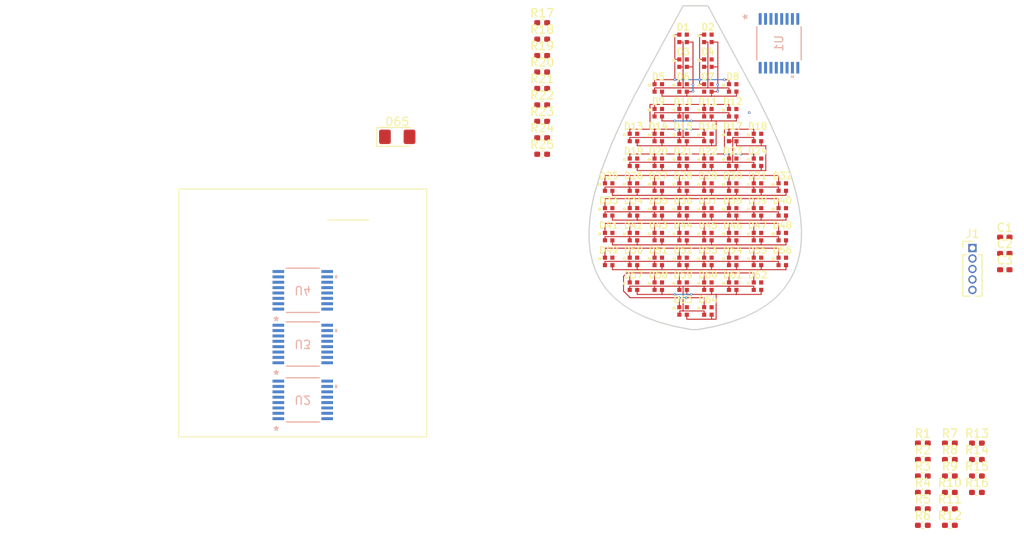
<source format=kicad_pcb>
(kicad_pcb (version 20241229) (generator "pcbnew") (generator_version "9.0")
  (layers (0 "F.Cu" signal) (2 "B.Cu" signal) (13 "F.Paste" user) (15 "B.Paste" user) (5 "F.SilkS" user "F.Silkscreen") (7 "B.SilkS" user "B.Silkscreen") (1 "F.Mask" user) (3 "B.Mask" user) (25 "Edge.Cuts" user))
  (net 0 "")
  (net 1 "Net-(D1-Pad2)")
  (net 2 "Net-(D1-Pad1)")
  (net 3 "Net-(D1-Pad3)")
  (net 4 "/ROW1")
  (net 5 "Net-(D10-Pad2)")
  (net 6 "Net-(D10-Pad1)")
  (net 7 "Net-(D10-Pad3)")
  (net 8 "/AUX_LED")
  (net 9 "/ROW2")
  (net 10 "/ROW3")
  (net 11 "/ROW4")
  (net 12 "/ROW5")
  (net 13 "/ROW6")
  (net 14 "GND")
  (net 15 "CLK")
  (net 16 "Net-(U1-Q8C)")
  (net 17 "VCC")
  (net 19 "SerialIn")
  (net 20 "Net-(U2-Q8C)")
  (net 23 "/ROW7")
  (net 24 "/ROW8")
  (net 25 "Net-(D65-K)")
  (net 26 "RCK")
  (net 27 "/COLOR.BLUE1")
  (net 28 "/COLOR.GREEN1")
  (net 29 "/COLOR.RED1")
  (net 30 "/COLOR.BLUE2")
  (net 31 "/COLOR.GREEN2")
  (net 32 "/COLOR.RED2")
  (net 33 "/COLOR.BLUE3")
  (net 34 "/COLOR.GREEN3")
  (net 35 "/COLOR.RED3")
  (net 36 "/COLOR.BLUE4")
  (net 37 "/COLOR.GREEN4")
  (net 38 "/COLOR.RED4")
  (net 39 "/COLOR.BLUE5")
  (net 40 "/COLOR.GREEN5")
  (net 41 "/COLOR.RED5")
  (net 66 "Net-(U3-Q8C)")
  (net 77 "/COLOR.BLUE6")
  (net 78 "/COLOR.GREEN6")
  (net 79 "/COLOR.RED6")
  (net 80 "/COLOR.BLUE7")
  (net 81 "/COLOR.GREEN7")
  (net 82 "/COLOR.RED7")
  (net 83 "/COLOR.BLUE8")
  (net 84 "/COLOR.GREEN8")
  (net 85 "/COLOR.RED8")
  (net 86 "Net-(D17-Pad2)")
  (net 87 "Net-(D17-Pad3)")
  (net 88 "Net-(D17-Pad1)")
  (net 89 "Net-(D25-Pad3)")
  (net 90 "Net-(D25-Pad1)")
  (net 91 "Net-(D25-Pad2)")
  (net 92 "Net-(D33-Pad1)")
  (net 93 "Net-(D33-Pad3)")
  (net 94 "Net-(D33-Pad2)")
  (net 95 "Net-(D41-Pad2)")
  (net 96 "Net-(D41-Pad1)")
  (net 97 "Net-(D41-Pad3)")
  (net 98 "Net-(D49-Pad2)")
  (net 99 "Net-(D49-Pad3)")
  (net 100 "Net-(D49-Pad1)")
  (net 101 "Net-(D57-Pad2)")
  (net 102 "Net-(D57-Pad1)")
  (net 103 "Net-(D57-Pad3)")
  (footprint "Resistor_SMD:R_0402_1005Metric_Pad0.72x0.64mm_HandSolder" (layer "F.Cu") (at 148.54 104.98)
    (property "Reference" "R15")
    (property "Value" "R")
  )
  (footprint "PendentFrontFootprints:SMD4_UHD111A-FKA_CRW" (layer "F.Cu") (at 110 58)
    (property "Reference" "D5")
    (property "Value" "UHD111A-FKA-C3K23E1L3VG5ZB3Z3" (hide yes))
  )
  (footprint "Resistor_SMD:R_0402_1005Metric_Pad0.72x0.64mm_HandSolder" (layer "F.Cu") (at 145.27 106.97)
    (property "Reference" "R10")
    (property "Value" "R")
  )
  (footprint "PendentFrontFootprints:SMD4_UHD111A-FKA_CRW" (layer "F.Cu") (at 110 73)
    (property "Reference" "D35")
    (property "Value" "UHD111A-FKA-C3K23E1L3VG5ZB3Z3" (hide yes))
  )
  (footprint "PendentFrontFootprints:SMD4_UHD111A-FKA_CRW" (layer "F.Cu") (at 113 79)
    (property "Reference" "D52")
    (property "Value" "UHD111A-FKA-C3K23E1L3VG5ZB3Z3" (hide yes))
  )
  (footprint "PendentFrontFootprints:SMD4_UHD111A-FKA_CRW" (layer "F.Cu") (at 122 67)
    (property "Reference" "D24")
    (property "Value" "UHD111A-FKA-C3K23E1L3VG5ZB3Z3" (hide yes))
  )
  (footprint "Resistor_SMD:R_0402_1005Metric_Pad0.72x0.64mm_HandSolder" (layer "F.Cu") (at 95.9565 62.0469)
    (property "Reference" "R23")
    (property "Value" "R")
  )
  (footprint "Resistor_SMD:R_0402_1005Metric_Pad0.72x0.64mm_HandSolder" (layer "F.Cu") (at 142 108.96)
    (property "Reference" "R5")
    (property "Value" "R")
  )
  (footprint "PendentFrontFootprints:SMD4_UHD111A-FKA_CRW" (layer "F.Cu") (at 119 58)
    (property "Reference" "D8")
    (property "Value" "UHD111A-FKA-C3K23E1L3VG5ZB3Z3" (hide yes))
  )
  (footprint "PendentFrontFootprints:SMD4_UHD111A-FKA_CRW" (layer "F.Cu") (at 125 73)
    (property "Reference" "D40")
    (property "Value" "UHD111A-FKA-C3K23E1L3VG5ZB3Z3" (hide yes))
  )
  (footprint "PendentFrontFootprints:SMD4_UHD111A-FKA_CRW" (layer "F.Cu") (at 107 82)
    (property "Reference" "D57")
    (property "Value" "UHD111A-FKA-C3K23E1L3VG5ZB3Z3" (hide yes))
  )
  (footprint "Resistor_SMD:R_0402_1005Metric_Pad0.72x0.64mm_HandSolder" (layer "F.Cu") (at 95.9565 54.0869)
    (property "Reference" "R19")
    (property "Value" "R")
  )
  (footprint "PendentFrontFootprints:SMD4_UHD111A-FKA_CRW" (layer "F.Cu") (at 113 82)
    (property "Reference" "D59")
    (property "Value" "UHD111A-FKA-C3K23E1L3VG5ZB3Z3" (hide yes))
  )
  (footprint "PendentFrontFootprints:SMD4_UHD111A-FKA_CRW" (layer "F.Cu") (at 113 55)
    (property "Reference" "D3")
    (property "Value" "UHD111A-FKA-C3K23E1L3VG5ZB3Z3" (hide yes))
  )
  (footprint "PendentFrontFootprints:SMD4_UHD111A-FKA_CRW" (layer "F.Cu") (at 113 64)
    (property "Reference" "D15")
    (property "Value" "UHD111A-FKA-C3K23E1L3VG5ZB3Z3" (hide yes))
  )
  (footprint "PendentFrontFootprints:SMD4_UHD111A-FKA_CRW" (layer "F.Cu") (at 122 64)
    (property "Reference" "D18")
    (property "Value" "UHD111A-FKA-C3K23E1L3VG5ZB3Z3" (hide yes))
  )
  (footprint "Resistor_SMD:R_0402_1005Metric_Pad0.72x0.64mm_HandSolder" (layer "F.Cu") (at 142 101)
    (property "Reference" "R1")
    (property "Value" "R")
  )
  (footprint "Capacitor_SMD:C_0402_1005Metric_Pad0.74x0.62mm_HandSolder" (layer "F.Cu") (at 151.91 78.04)
    (property "Reference" "C2")
    (property "Value" "1uF")
  )
  (footprint "Resistor_SMD:R_0402_1005Metric_Pad0.72x0.64mm_HandSolder" (layer "F.Cu") (at 95.9565 60.0569)
    (property "Reference" "R22")
    (property "Value" "R")
  )
  (footprint "PendentFrontFootprints:SMD4_UHD111A-FKA_CRW" (layer "F.Cu") (at 110 70)
    (property "Reference" "D27")
    (property "Value" "UHD111A-FKA-C3K23E1L3VG5ZB3Z3" (hide yes))
  )
  (footprint "PendentFrontFootprints:SMD4_UHD111A-FKA_CRW" (layer "F.Cu") (at 107 76)
    (property "Reference" "D42")
    (property "Value" "UHD111A-FKA-C3K23E1L3VG5ZB3Z3" (hide yes))
  )
  (footprint "Resistor_SMD:R_0402_1005Metric_Pad0.72x0.64mm_HandSolder" (layer "F.Cu") (at 142 110.95)
    (property "Reference" "R6")
    (property "Value" "R")
  )
  (footprint "Resistor_SMD:R_0402_1005Metric_Pad0.72x0.64mm_HandSolder" (layer "F.Cu") (at 95.9565 52.0969)
    (property "Reference" "R18")
    (property "Value" "R")
  )
  (footprint "PendentFrontFootprints:SMD4_UHD111A-FKA_CRW" (layer "F.Cu") (at 110 82)
    (property "Reference" "D58")
    (property "Value" "UHD111A-FKA-C3K23E1L3VG5ZB3Z3" (hide yes))
  )
  (footprint "PendentFrontFootprints:SMD4_UHD111A-FKA_CRW" (layer "F.Cu") (at 119 73)
    (property "Reference" "D38")
    (property "Value" "UHD111A-FKA-C3K23E1L3VG5ZB3Z3" (hide yes))
  )
  (footprint "PendentFrontFootprints:SMD4_UHD111A-FKA_CRW" (layer "F.Cu") (at 116 61)
    (property "Reference" "D11")
    (property "Value" "UHD111A-FKA-C3K23E1L3VG5ZB3Z3" (hide yes))
  )
  (footprint "PendentFrontFootprints:SMD4_UHD111A-FKA_CRW" (layer "F.Cu") (at 116 64)
    (property "Reference" "D16")
    (property "Value" "UHD111A-FKA-C3K23E1L3VG5ZB3Z3" (hide yes))
  )
  (footprint "PendentFrontFootprints:SMD4_UHD111A-FKA_CRW" (layer "F.Cu") (at 122 79)
    (property "Reference" "D55")
    (property "Value" "UHD111A-FKA-C3K23E1L3VG5ZB3Z3" (hide yes))
  )
  (footprint "PendentFrontFootprints:SMD4_UHD111A-FKA_CRW" (layer "F.Cu") (at 116 55)
    (property "Reference" "D4")
    (property "Value" "UHD111A-FKA-C3K23E1L3VG5ZB3Z3" (hide yes))
  )
  (footprint "PendentFrontFootprints:SMD4_UHD111A-FKA_CRW" (layer "F.Cu") (at 116 70)
    (property "Reference" "D29")
    (property "Value" "UHD111A-FKA-C3K23E1L3VG5ZB3Z3" (hide yes))
  )
  (footprint "PendentFrontFootprints:SMD4_UHD111A-FKA_CRW" (layer "F.Cu") (at 104 79)
    (property "Reference" "D49")
    (property "Value" "UHD111A-FKA-C3K23E1L3VG5ZB3Z3" (hide yes))
  )
  (footprint "PendentFrontFootprints:SMD4_UHD111A-FKA_CRW" (layer "F.Cu") (at 122 76)
    (property "Reference" "D47")
    (property "Value" "UHD111A-FKA-C3K23E1L3VG5ZB3Z3" (hide yes))
  )
  (footprint "PendentFrontFootprints:SMD4_UHD111A-FKA_CRW" (layer "F.Cu") (at 119 70)
    (property "Reference" "D30")
    (property "Value" "UHD111A-FKA-C3K23E1L3VG5ZB3Z3" (hide yes))
  )
  (footprint "PendentFrontFootprints:SMD4_UHD111A-FKA_CRW" (layer "F.Cu") (at 119 76)
    (property "Reference" "D46")
    (property "Value" "UHD111A-FKA-C3K23E1L3VG5ZB3Z3" (hide yes))
  )
  (footprint "PendentFrontFootprints:SMD4_UHD111A-FKA_CRW" (layer "F.Cu") (at 119 82)
    (property "Reference" "D61")
    (property "Value" "UHD111A-FKA-C3K23E1L3VG5ZB3Z3" (hide yes))
  )
  (footprint "PendentFrontFootprints:SMD4_UHD111A-FKA_CRW" (layer "F.Cu") (at 122 73)
    (property "Reference" "D39")
    (property "Value" "UHD111A-FKA-C3K23E1L3VG5ZB3Z3" (hide yes))
  )
  (footprint "Capacitor_SMD:C_0402_1005Metric_Pad0.74x0.62mm_HandSolder" (layer "F.Cu") (at 151.91 80.01)
    (property "Reference" "C3")
    (property "Value" "1uF")
  )
  (footprint "PendentFrontFootprints:SMD4_UHD111A-FKA_CRW" (layer "F.Cu") (at 110 67)
    (property "Reference" "D20")
    (property "Value" "UHD111A-FKA-C3K23E1L3VG5ZB3Z3" (hide yes))
  )
  (footprint "PendentFrontFootprints:SMD4_UHD111A-FKA_CRW" (layer "F.Cu") (at 113 85)
    (property "Reference" "D63")
    (property "Value" "UHD111A-FKA-C3K23E1L3VG5ZB3Z3" (hide yes))
  )
  (footprint "PendentFrontFootprints:SMD4_UHD111A-FKA_CRW" (layer "F.Cu") (at 110 79)
    (property "Reference" "D51")
    (property "Value" "UHD111A-FKA-C3K23E1L3VG5ZB3Z3" (hide yes))
  )
  (footprint "Connector_PinHeader_1.27mm:PinHeader_1x05_P1.27mm_Vertical" (layer "F.Cu") (at 148 77.38)
    (property "Reference" "J1")
    (property "Value" "Conn_01x05_Pin")
  )
  (footprint "Resistor_SMD:R_0402_1005Metric_Pad0.72x0.64mm_HandSolder" (layer "F.Cu") (at 95.9565 58.0669)
    (property "Reference" "R21")
    (property "Value" "R")
  )
  (footprint "PendentFrontFootprints:SMD4_UHD111A-FKA_CRW" (layer "F.Cu") (at 113 76)
    (property "Reference" "D44")
    (property "Value" "UHD111A-FKA-C3K23E1L3VG5ZB3Z3" (hide yes))
  )
  (footprint "PendentFrontFootprints:SMD4_UHD111A-FKA_CRW" (layer "F.Cu") (at 110 61)
    (property "Reference" "D9")
    (property "Value" "UHD111A-FKA-C3K23E1L3VG5ZB3Z3" (hide yes))
  )
  (footprint "Resistor_SMD:R_0402_1005Metric_Pad0.72x0.64mm_HandSolder" (layer "F.Cu") (at 95.9565 66.0269)
    (property "Reference" "R25")
    (property "Value" "R")
  )
  (footprint "PendentFrontFootprints:SMD4_UHD111A-FKA_CRW" (layer "F.Cu") (at 116 85)
    (property "Reference" "D64")
    (property "Value" "UHD111A-FKA-C3K23E1L3VG5ZB3Z3" (hide yes))
  )
  (footprint "PendentFrontFootprints:SMD4_UHD111A-FKA_CRW" (layer "F.Cu") (at 104 73)
    (property "Reference" "D33")
    (property "Value" "UHD111A-FKA-C3K23E1L3VG5ZB3Z3" (hide yes))
  )
  (footprint "PendentFrontFootprints:SMD4_UHD111A-FKA_CRW" (layer "F.Cu") (at 125 76)
    (property "Reference" "D48")
    (property "Value" "UHD111A-FKA-C3K23E1L3VG5ZB3Z3" (hide yes))
  )
  (footprint "PendentFrontFootprints:SMD4_UHD111A-FKA_CRW" (layer "F.Cu") (at 113 73)
    (property "Reference" "D36")
    (property "Value" "UHD111A-FKA-C3K23E1L3VG5ZB3Z3" (hide yes))
  )
  (footprint "PendentFrontFootprints:SMD4_UHD111A-FKA_CRW" (layer "F.Cu") (at 110 64)
    (property "Reference" "D14")
    (property "Value" "UHD111A-FKA-C3K23E1L3VG5ZB3Z3" (hide yes))
  )
  (footprint "Resistor_SMD:R_0402_1005Metric_Pad0.72x0.64mm_HandSolder" (layer "F.Cu") (at 95.9565 64.0369)
    (property "Reference" "R24")
    (property "Value" "R")
  )
  (footprint "PendentFrontFootprints:SMD4_UHD111A-FKA_CRW" (layer "F.Cu") (at 119 64)
    (property "Reference" "D17")
    (property "Value" "UHD111A-FKA-C3K23E1L3VG5ZB3Z3" (hide yes))
  )
  (footprint "PendentFrontFootprints:SMD4_UHD111A-FKA_CRW" (layer "F.Cu") (at 107 67)
    (property "Reference" "D19")
    (property "Value" "UHD111A-FKA-C3K23E1L3VG5ZB3Z3" (hide yes))
  )
  (footprint "PendentFrontFootprints:SMD4_UHD111A-FKA_CRW" (layer "F.Cu") (at 116 73)
    (property "Reference" "D37")
    (property "Value" "UHD111A-FKA-C3K23E1L3VG5ZB3Z3" (hide yes))
  )
  (footprint "PendentFrontFootprints:SMD4_UHD111A-FKA_CRW" (layer "F.Cu") (at 107 64)
    (property "Reference" "D13")
    (property "Value" "UHD111A-FKA-C3K23E1L3VG5ZB3Z3" (hide yes))
  )
  (footprint "PendentFrontFootprints:SMD4_UHD111A-FKA_CRW" (layer "F.Cu") (at 125 79)
    (property "Reference" "D56")
    (property "Value" "UHD111A-FKA-C3K23E1L3VG5ZB3Z3" (hide yes))
  )
  (footprint "PendentFrontFootprints:SMD4_UHD111A-FKA_CRW" (layer "F.Cu") (at 119 67)
    (property "Reference" "D23")
    (property "Value" "UHD111A-FKA-C3K23E1L3VG5ZB3Z3" (hide yes))
  )
  (footprint "PendentFrontFootprints:SMD4_UHD111A-FKA_CRW" (layer "F.Cu") (at 116 82)
    (property "Reference" "D60")
    (property "Value" "UHD111A-FKA-C3K23E1L3VG5ZB3Z3" (hide yes))
  )
  (footprint "Resistor_SMD:R_0402_1005Metric_Pad0.72x0.64mm_HandSolder" (layer "F.Cu") (at 148.54 101)
    (property "Reference" "R13")
    (property "Value" "R")
  )
  (footprint "LED_SMD:LED_1206_3216Metric_Pad1.42x1.75mm_HandSolder" (layer "F.Cu") (at 78.425 63.92)
    (property "Reference" "D65")
    (property "Value" "AUX")
  )
  (footprint "PendentFrontFootprints:SMD4_UHD111A-FKA_CRW" (layer "F.Cu") (at 113 70)
    (property "Reference" "D28")
    (property "Value" "UHD111A-FKA-C3K23E1L3VG5ZB3Z3" (hide yes))
  )
  (footprint "Resistor_SMD:R_0402_1005Metric_Pad0.72x0.64mm_HandSolder" (layer "F.Cu") (at 145.27 110.95)
    (property "Reference" "R12")
    (property "Value" "R")
  )
  (footprint "Resistor_SMD:R_0402_1005Metric_Pad0.72x0.64mm_HandSolder" (layer "F.Cu") (at 145.27 102.99)
    (property "Reference" "R8")
    (property "Value" "R")
  )
  (footprint "PendentFrontFootprints:SMD4_UHD111A-FKA_CRW" (layer "F.Cu") (at 113 58)
    (property "Reference" "D6")
    (property "Value" "UHD111A-FKA-C3K23E1L3VG5ZB3Z3" (hide yes))
  )
  (footprint "Resistor_SMD:R_0402_1005Metric_Pad0.72x0.64mm_HandSolder" (layer "F.Cu") (at 145.27 108.96)
    (property "Reference" "R11")
    (property "Value" "R")
  )
  (footprint "Resistor_SMD:R_0402_1005Metric_Pad0.72x0.64mm_HandSolder" (layer "F.Cu") (at 142 106.97)
    (property "Reference" "R4")
    (property "Value" "R")
  )
  (footprint "PendentFrontFootprints:SMD4_UHD111A-FKA_CRW" (layer "F.Cu") (at 116 76)
    (property "Reference" "D45")
    (property "Value" "UHD111A-FKA-C3K23E1L3VG5ZB3Z3" (hide yes))
  )
  (footprint "Resistor_SMD:R_0402_1005Metric_Pad0.72x0.64mm_HandSolder" (layer "F.Cu") (at 145.27 104.98)
    (property "Reference" "R9")
    (property "Value" "R")
  )
  (footprint "Resistor_SMD:R_0402_1005Metric_Pad0.72x0.64mm_HandSolder" (layer "F.Cu") (at 148.54 106.97)
    (property "Reference" "R16")
    (property "Value" "R")
  )
  (footprint "PendentFrontFootprints:SMD4_UHD111A-FKA_CRW" (layer "F.Cu") (at 113 67)
    (property "Reference" "D21")
    (property "Value" "UHD111A-FKA-C3K23E1L3VG5ZB3Z3" (hide yes))
  )
  (footprint "PendentFrontFootprints:SMD4_UHD111A-FKA_CRW" (layer "F.Cu") (at 113 52)
    (property "Reference" "D1")
    (property "Value" "UHD111A-FKA-C3K23E1L3VG5ZB3Z3" (hide yes))
  )
  (footprint "Resistor_SMD:R_0402_1005Metric_Pad0.72x0.64mm_HandSolder" (layer "F.Cu") (at 95.9565 50.1069)
    (property "Reference" "R17")
    (property "Value" "R")
  )
  (footprint "PendentFrontFootprints:SMD4_UHD111A-FKA_CRW" (layer "F.Cu") (at 113 61)
    (property "Reference" "D10")
    (property "Value" "UHD111A-FKA-C3K23E1L3VG5ZB3Z3" (hide yes))
  )
  (footprint "PendentFrontFootprints:SMD4_UHD111A-FKA_CRW" (layer "F.Cu") (at 104 76)
    (property "Reference" "D41")
    (property "Value" "UHD111A-FKA-C3K23E1L3VG5ZB3Z3" (hide yes))
  )
  (footprint "PendentFrontFootprints:SMD4_UHD111A-FKA_CRW" (layer "F.Cu") (at 116 52)
    (property "Reference" "D2")
    (property "Value" "UHD111A-FKA-C3K23E1L3VG5ZB3Z3" (hide yes))
  )
  (footprint "PendentFrontFootprints:SMD4_UHD111A-FKA_CRW" (layer "F.Cu") (at 104 70)
    (property "Reference" "D25")
    (property "Value" "UHD111A-FKA-C3K23E1L3VG5ZB3Z3" (hide yes))
  )
  (footprint "Resistor_SMD:R_0402_1005Metric_Pad0.72x0.64mm_HandSolder" (layer "F.Cu") (at 142 104.98)
    (property "Reference" "R3")
    (property "Value" "R")
  )
  (footprint "PendentFrontFootprints:SMD4_UHD111A-FKA_CRW" (layer "F.Cu") (at 116 79)
    (property "Reference" "D53")
    (property "Value" "UHD111A-FKA-C3K23E1L3VG5ZB3Z3" (hide yes))
  )
  (footprint "PendentFrontFootprints:SMD4_UHD111A-FKA_CRW" (layer "F.Cu") (at 125 70)
    (property "Reference" "D32")
    (property "Value" "UHD111A-FKA-C3K23E1L3VG5ZB3Z3" (hide yes))
  )
  (footprint "PendentFrontFootprints:SMD4_UHD111A-FKA_CRW" (layer "F.Cu") (at 122 82)
    (property "Reference" "D62")
    (property "Value" "UHD111A-FKA-C3K23E1L3VG5ZB3Z3" (hide yes))
  )
  (footprint "PendentFrontFootprints:SMD4_UHD111A-FKA_CRW" (layer "F.Cu") (at 116 58)
    (property "Reference" "D7")
    (property "Value" "UHD111A-FKA-C3K23E1L3VG5ZB3Z3" (hide yes))
  )
  (footprint "PendentFrontFootprints:SMD4_UHD111A-FKA_CRW" (layer "F.Cu") (at 107 70)
    (property "Reference" "D26")
    (property "Value" "UHD111A-FKA-C3K23E1L3VG5ZB3Z3" (hide yes))
  )
  (footprint "Resistor_SMD:R_0402_1005Metric_Pad0.72x0.64mm_HandSolder" (layer "F.Cu") (at 148.54 102.99)
    (property "Reference" "R14")
    (property "Value" "R")
  )
  (footprint "PendentFrontFootprints:SMD4_UHD111A-FKA_CRW" (layer "F.Cu") (at 107 79)
    (property "Reference" "D50")
    (property "Value" "UHD111A-FKA-C3K23E1L3VG5ZB3Z3" (hide yes))
  )
  (footprint "Resistor_SMD:R_0402_1005Metric_Pad0.72x0.64mm_HandSolder" (layer "F.Cu") (at 95.9565 56.0769)
    (property "Reference" "R20")
    (property "Value" "R")
  )
  (footprint "PendentFrontFootprints:SMD4_UHD111A-FKA_CRW" (layer "F.Cu") (at 122 70)
    (property "Reference" "D31")
    (property "Value" "UHD111A-FKA-C3K23E1L3VG5ZB3Z3" (hide yes))
  )
  (footprint "Capacitor_SMD:C_0402_1005Metric_Pad0.74x0.62mm_HandSolder" (layer "F.Cu") (at 151.91 76.07)
    (property "Reference" "C1")
    (property "Value" "1uF")
  )
  (footprint "PendentFrontFootprints:SMD4_UHD111A-FKA_CRW" (layer "F.Cu") (at 116 67)
    (property "Reference" "D22")
    (property "Value" "UHD111A-FKA-C3K23E1L3VG5ZB3Z3" (hide yes))
  )
  (footprint "PendentFrontFootprints:SMD4_UHD111A-FKA_CRW" (layer "F.Cu") (at 107 73)
    (property "Reference" "D34")
    (property "Value" "UHD111A-FKA-C3K23E1L3VG5ZB3Z3" (hide yes))
  )
  (footprint "Resistor_SMD:R_0402_1005Metric_Pad0.72x0.64mm_HandSolder" (layer "F.Cu") (at 142 102.99)
    (property "Reference" "R2")
    (property "Value" "R")
  )
  (footprint "PendentFrontFootprints:SMD4_UHD111A-FKA_CRW" (layer "F.Cu") (at 119 61)
    (property "Reference" "D12")
    (property "Value" "UHD111A-FKA-C3K23E1L3VG5ZB3Z3" (hide yes))
  )
  (footprint "PendentFrontFootprints:SMD4_UHD111A-FKA_CRW" (layer "F.Cu") (at 119 79)
    (property "Reference" "D54")
    (property "Value" "UHD111A-FKA-C3K23E1L3VG5ZB3Z3" (hide yes))
  )
  (footprint "Resistor_SMD:R_0402_1005Metric_Pad0.72x0.64mm_HandSolder" (layer "F.Cu") (at 145.27 101)
    (property "Reference" "R7")
    (property "Value" "R")
  )
  (footprint "PendentFrontFootprints:SMD4_UHD111A-FKA_CRW" (layer "F.Cu") (at 110 76)
    (property "Reference" "D43")
    (property "Value" "UHD111A-FKA-C3K23E1L3VG5ZB3Z3" (hide yes))
  )
  (footprint "PendentFrontFootprints:TSSOP16B_TOS" (layer "B.Cu") (at 67 95.7658)
    (property "Reference" "U2")
    (property "Value" "74VHC9595FT")
  )
  (footprint "PendentFrontFootprints:TSSOP16B_TOS" (layer "B.Cu") (at 124.6 52.6 -90)
    (property "Reference" "U1")
    (property "Value" "74VHC9595FT")
  )
  (footprint "PendentFrontFootprints:TSSOP16B_TOS" (layer "B.Cu") (at 67 89)
    (property "Reference" "U3")
    (property "Value" "74VHC9595FT")
  )
  (footprint "PendentFrontFootprints:TSSOP16B_TOS" (layer "B.Cu") (at 67 82.5)
    (property "Reference" "U4")
    (property "Value" "74VHC9595FT")
  )
  (gr_rect (start 52 70.238952) (end 82 100.238952) (stroke (width 0.1)) (fill no) (layer "F.SilkS"))
  (gr_line (start 70 74) (end 75 74) (stroke (width 0.1)) (layer "F.SilkS"))
  (gr_poly (pts (xy 121.887066 58.938347) (xy 123.37464 61.945707) (xy 124.724315 64.980893) (xy 125.324906 66.495279) (xy 125.86398 68.000252) (xy 126.332524 69.490354) (xy 126.721524 70.960129) (xy 127.021966 72.40412) (xy 127.224835 73.816871) (xy 127.321119 75.192925) (xy 127.301804 76.526825) (xy 127.157875 77.813114) (xy 126.880318 79.046337) (xy 126.46012 80.221036) (xy 125.888267 81.331754) (xy 125.155744 82.373035) (xy 124.253539 83.339422) (xy 123.172637 84.225458) (xy 121.904024 85.025688) (xy 120.438686 85.734653) (xy 118.76761 86.346898) (xy 116.881782 86.856965) (xy 114.772187 87.259398) (xy 113.979279 87.256392) (xy 111.892264 86.854232) (xy 110.027604 86.344421) (xy 108.376332 85.732416) (xy 106.929478 85.023674) (xy 105.678075 84.223653) (xy 104.613154 83.337809) (xy 103.725746 82.371601) (xy 103.006884 81.330486) (xy 102.447598 80.219919) (xy 102.038921 79.04536) (xy 101.771885 77.812265) (xy 101.63752 76.526091) (xy 101.626858 75.192295) (xy 101.730932 73.816336) (xy 101.940772 72.403669) (xy 102.24741 70.959753) (xy 103.115209 68) (xy 104.26258 64.980735) (xy 105.617776 61.945616) (xy 107.109052 58.9383) (xy 113 48.060233) (xy 116 48.060233)) (stroke (width 0.15) (color 255 0 0 1)) (fill no) (layer "Edge.Cuts"))
  (via (at 121 61) (size 0.3) (drill 0.15) (layers "F.Cu" "B.Cu") (net 0))
  (segment (start 115.550001 52.449999) (end 116 52.449999) (width 0.12) (layer "F.Cu") (net 1))
  (segment (start 116 52.449999) (end 116 55.449999) (width 0.12) (layer "F.Cu") (net 1))
  (segment (start 118.550001 58) (end 118.550001 58.449999) (width 0.12) (layer "F.Cu") (net 1))
  (segment (start 113 52.449999) (end 113 55.449999) (width 0.12) (layer "F.Cu") (net 1))
  (segment (start 116 58) (end 118.550001 58) (width 0.12) (layer "F.Cu") (net 1))
  (segment (start 112.550001 52.449999) (end 113 52.449999) (width 0.12) (layer "F.Cu") (net 1))
  (segment (start 109.550001 58.449999) (end 109.550001 58) (width 0.12) (layer "F.Cu") (net 1))
  (segment (start 109.550001 58) (end 113 58) (width 0.12) (layer "F.Cu") (net 1))
  (segment (start 115.550001 55.449999) (end 116 55.449999) (width 0.12) (layer "F.Cu") (net 1))
  (segment (start 112.550001 55.449999) (end 113 55.449999) (width 0.12) (layer "F.Cu") (net 1))
  (segment (start 116 55.449999) (end 116 58) (width 0.12) (layer "F.Cu") (net 1))
  (segment (start 113 55.449999) (end 113 58) (width 0.12) (layer "F.Cu") (net 1))
  (segment (start 113 58) (end 116 58) (width 0.12) (layer "F.Cu") (net 1))
  (segment (start 112.550001 57) (end 112.550001 57.550001) (width 0.12) (layer "F.Cu") (net 2))
  (segment (start 115 54.6) (end 115 51.550001) (width 0.12) (layer "F.Cu") (net 2))
  (segment (start 112 54.550001) (end 112 51.550001) (width 0.12) (layer "F.Cu") (net 2))
  (segment (start 115 57) (end 115 54.6) (width 0.12) (layer "F.Cu") (net 2))
  (segment (start 112 57) (end 112.550001 57) (width 0.12) (layer "F.Cu") (net 2))
  (segment (start 115.550001 57.550001) (end 115 57.550001) (width 0.12) (layer "F.Cu") (net 2))
  (segment (start 115 54.550001) (end 115 54.6) (width 0.12) (layer "F.Cu") (net 2))
  (segment (start 109.550001 57.550001) (end 109.550001 57) (width 0.12) (layer "F.Cu") (net 2))
  (segment (start 112 54.550001) (end 112 57) (width 0.12) (layer "F.Cu") (net 2))
  (segment (start 118 57) (end 118.550001 57) (width 0.12) (layer "F.Cu") (net 2))
  (segment (start 115 57.550001) (end 115 57) (width 0.12) (layer "F.Cu") (net 2))
  (segment (start 115.550001 54.550001) (end 115 54.550001) (width 0.12) (layer "F.Cu") (net 2))
  (segment (start 118.550001 57) (end 118.550001 57.550001) (width 0.12) (layer "F.Cu") (net 2))
  (segment (start 115 51.550001) (end 115.550001 51.550001) (width 0.12) (layer "F.Cu") (net 2))
  (segment (start 112 51.550001) (end 112.550001 51.550001) (width 0.12) (layer "F.Cu") (net 2))
  (segment (start 112.550001 54.550001) (end 112 54.550001) (width 0.12) (layer "F.Cu") (net 2))
  (segment (start 109.550001 57) (end 112 57) (width 0.12) (layer "F.Cu") (net 2))
  (via (at 115 57) (size 0.3) (drill 0.15) (layers "F.Cu" "B.Cu") (net 2))
  (via (at 112 57) (size 0.3) (drill 0.15) (layers "F.Cu" "B.Cu") (net 2))
  (via (at 118 57) (size 0.3) (drill 0.15) (layers "F.Cu" "B.Cu") (net 2))
  (segment (start 118 57) (end 115 57) (width 0.12) (layer "B.Cu") (net 2))
  (segment (start 115 57) (end 112 57) (width 0.12) (layer "B.Cu") (net 2))
  (segment (start 117.2 55.449999) (end 117.2 52.449999) (width 0.12) (layer "F.Cu") (net 3))
  (segment (start 110.449999 58.449999) (end 110.449999 59) (width 0.12) (layer "F.Cu") (net 3))
  (segment (start 117.2 55.449999) (end 117.2 57.6) (width 0.12) (layer "F.Cu") (net 3))
  (segment (start 116.449999 59) (end 116.4 59) (width 0.12) (layer "F.Cu") (net 3))
  (segment (start 114.2 58.4) (end 114.2 58.449999) (width 0.12) (layer "F.Cu") (net 3))
  (segment (start 113.449999 59) (end 113.4 59) (width 0.12) (layer "F.Cu") (net 3))
  (segment (start 116.449999 58.449999) (end 116.449999 59) (width 0.12) (layer "F.Cu") (net 3))
  (segment (start 113.449999 58.449999) (end 113.449999 59) (width 0.12) (layer "F.Cu") (net 3))
  (segment (start 117.2 58.449999) (end 116.449999 58.449999) (width 0.12) (layer "F.Cu") (net 3))
  (segment (start 117.2 58.4) (end 117.2 58.449999) (width 0.12) (layer "F.Cu") (net 3))
  (segment (start 116.449999 55.449999) (end 117.2 55.449999) (width 0.12) (layer "F.Cu") (net 3))
  (segment (start 117.2 52.449999) (end 116.449999 52.449999) (width 0.12) (layer "F.Cu") (net 3))
  (segment (start 114.2 52.449999) (end 113.449999 52.449999) (width 0.12) (layer "F.Cu") (net 3))
  (segment (start 116.4 59) (end 119.449999 59) (width 0.12) (layer "F.Cu") (net 3))
  (segment (start 113.449999 55.449999) (end 114.2 55.449999) (width 0.12) (layer "F.Cu") (net 3))
  (segment (start 114.2 55.449999) (end 114.2 52.449999) (width 0.12) (layer "F.Cu") (net 3))
  (segment (start 114.2 55.449999) (end 114.2 57.6) (width 0.12) (layer "F.Cu") (net 3))
  (segment (start 114.2 58.449999) (end 113.449999 58.449999) (width 0.12) (layer "F.Cu") (net 3))
  (segment (start 110.449999 59) (end 113.4 59) (width 0.12) (layer "F.Cu") (net 3))
  (segment (start 119.449999 59) (end 119.449999 58.449999) (width 0.12) (layer "F.Cu") (net 3))
  (segment (start 113.4 59) (end 116.4 59) (width 0.12) (layer "F.Cu") (net 3))
  (via (at 114.2 57.6) (size 0.3) (drill 0.15) (layers "F.Cu" "B.Cu") (net 3))
  (via (at 114.2 58.4) (size 0.3) (drill 0.15) (layers "F.Cu" "B.Cu") (net 3))
  (via (at 117.2 58.4) (size 0.3) (drill 0.15) (layers "F.Cu" "B.Cu") (net 3))
  (via (at 117.2 57.6) (size 0.3) (drill 0.15) (layers "F.Cu" "B.Cu") (net 3))
  (segment (start 117.2 57.6) (end 117.2 58.4) (width 0.12) (layer "B.Cu") (net 3))
  (segment (start 114.2 57.6) (end 114.2 58.4) (width 0.12) (layer "B.Cu") (net 3))
  (segment (start 106.550001 64) (end 106.550001 64.449999) (width 0.12) (layer "F.Cu") (net 5))
  (segment (start 109.6 64) (end 106.550001 64) (width 0.12) (layer "F.Cu") (net 5))
  (segment (start 109.6 64) (end 109.550001 64) (width 0.12) (layer "F.Cu") (net 5))
  (segment (start 115.4 61) (end 118.550001 61) (width 0.12) (layer "F.Cu") (net 5))
  (segment (start 112.550001 61.449999) (end 112.550001 61) (width 0.12) (layer "F.Cu") (net 5))
  (segment (start 112.550001 64) (end 109.6 64) (width 0.12) (layer "F.Cu") (net 5))
  (segment (start 113 61) (end 115.4 61) (width 0.12) (layer "F.Cu") (net 5))
  (segment (start 113 64) (end 112.550001 64) (width 0.12) (layer "F.Cu") (net 5))
  (segment (start 118.550001 61) (end 118.550001 61.449999) (width 0.12) (layer "F.Cu") (net 5))
  (segment (start 109.550001 61) (end 112.6 61) (width 0.12) (layer "F.Cu") (net 5))
  (segment (start 115.550001 61.449999) (end 115.550001 61) (width 0.12) (layer "F.Cu") (net 5))
  (segment (start 112.550001 64) (end 112.550001 64.449999) (width 0.12) (layer "F.Cu") (net 5))
  (segment (start 109.550001 61.449999) (end 109.550001 61) (width 0.12) (layer "F.Cu") (net 5))
  (segment (start 113 64) (end 115.550001 64) (width 0.12) (layer "F.Cu") (net 5))
  (segment (start 115.550001 61) (end 115.4 61) (width 0.12) (layer "F.Cu") (net 5))
  (segment (start 115.550001 64) (end 115.550001 64.449999) (width 0.12) (layer "F.Cu") (net 5))
  (segment (start 109.550001 64) (end 109.550001 64.449999) (width 0.12) (layer "F.Cu") (net 5))
  (segment (start 113 61) (end 113 64) (width 0.12) (layer "F.Cu") (net 5))
  (segment (start 112.6 61) (end 113 61) (width 0.12) (layer "F.Cu") (net 5))
  (segment (start 112.550001 61) (end 112.6 61) (width 0.12) (layer "F.Cu") (net 5))
  (segment (start 109 60) (end 109 63) (width 0.12) (layer "F.Cu") (net 6))
  (segment (start 109.550001 63.550001) (end 109.550001 63) (width 0.12) (layer "F.Cu") (net 6))
  (segment (start 112.550001 60.550001) (end 112.550001 60) (width 0.12) (layer "F.Cu") (net 6))
  (segment (start 109.550001 63) (end 109.6 63) (width 0.12) (layer "F.Cu") (net 6))
  (segment (start 115.550001 60.550001) (end 115.550001 60) (width 0.12) (layer "F.Cu") (net 6))
  (segment (start 106.550001 63) (end 109 63) (width 0.12) (layer "F.Cu") (net 6))
  (segment (start 109.550001 60.550001) (end 109.550001 60) (width 0.12) (layer "F.Cu") (net 6))
  (segment (start 109.6 63) (end 112.550001 63) (width 0.12) (layer "F.Cu") (net 6))
  (segment (start 106.550001 63.550001) (end 106.550001 63) (width 0.12) (layer "F.Cu") (net 6))
  (segment (start 109 63) (end 109.6 63) (width 0.12) (layer "F.Cu") (net 6))
  (segment (start 109.550001 60) (end 109 60) (width 0.12) (layer "F.Cu") (net 6))
  (segment (start 112.550001 60) (end 112.6 60) (width 0.12) (layer "F.Cu") (net 6))
  (segment (start 118.550001 60) (end 118.550001 60.550001) (width 0.12) (layer "F.Cu") (net 6))
  (segment (start 112.550001 63) (end 112.550001 63.550001) (width 0.12) (layer "F.Cu") (net 6))
  (segment (start 114 63) (end 115.550001 63) (width 0.12) (layer "F.Cu") (net 6))
  (segment (start 112.6 60) (end 115.6 60) (width 0.12) (layer "F.Cu") (net 6))
  (segment (start 115.550001 63) (end 115.550001 63.550001) (width 0.12) (layer "F.Cu") (net 6))
  (segment (start 109.550001 60) (end 112.6 60) (width 0.12) (layer "F.Cu") (net 6))
  (segment (start 115.550001 60) (end 115.6 60) (width 0.12) (layer "F.Cu") (net 6))
  (segment (start 115.6 60) (end 118.550001 60) (width 0.12) (layer "F.Cu") (net 6))
  (via (at 114 63) (size 0.3) (drill 0.15) (layers "F.Cu" "B.Cu") (net 6))
  (via (at 112 63) (size 0.3) (drill 0.15) (layers "F.Cu" "B.Cu") (net 6))
  (segment (start 114 63) (end 112 63) (width 0.12) (layer "B.Cu") (net 6))
  (segment (start 107.449999 64.449999) (end 107.449999 65) (width 0.12) (layer "F.Cu") (net 7))
  (segment (start 117 65) (end 117 62) (width 0.12) (layer "F.Cu") (net 7))
  (segment (start 116.449999 65) (end 117 65) (width 0.12) (layer "F.Cu") (net 7))
  (segment (start 114 62) (end 113.449999 62) (width 0.12) (layer "F.Cu") (net 7))
  (segment (start 110.4 65) (end 113.4 65) (width 0.12) (layer "F.Cu") (net 7))
  (segment (start 113.449999 65) (end 113.4 65) (width 0.12) (layer "F.Cu") (net 7))
  (segment (start 110.449999 62) (end 111.8 62) (width 0.12) (layer "F.Cu") (net 7))
  (segment (start 116.4 62) (end 117 62) (width 0.12) (layer "F.Cu") (net 7))
  (segment (start 117 62) (end 119.449999 62) (width 0.12) (layer "F.Cu") (net 7))
  (segment (start 116.449999 65) (end 116.449999 64.449999) (width 0.12) (layer "F.Cu") (net 7))
  (segment (start 110.449999 65) (end 110.4 65) (width 0.12) (layer "F.Cu") (net 7))
  (segment (start 114 62) (end 116.4 62) (width 0.12) (layer "F.Cu") (net 7))
  (segment (start 111.8 62) (end 112 62) (width 0.12) (layer "F.Cu") (net 7))
  (segment (start 110.449999 61.449999) (end 110.449999 62) (width 0.12) (layer "F.Cu") (net 7))
  (segment (start 107.449999 65) (end 110.4 65) (width 0.12) (layer "F.Cu") (net 7))
  (segment (start 110.449999 64.449999) (end 110.449999 65) (width 0.12) (layer "F.Cu") (net 7))
  (segment (start 113.449999 62) (end 113.449999 61.449999) (width 0.12) (layer "F.Cu") (net 7))
  (segment (start 119.449999 62) (end 119.449999 61.449999) (width 0.12) (layer "F.Cu") (net 7))
  (segment (start 116.449999 62) (end 116.4 62) (width 0.12) (layer "F.Cu") (net 7))
  (segment (start 113.449999 64.449999) (end 113.449999 65) (width 0.12) (layer "F.Cu") (net 7))
  (segment (start 116.449999 61.449999) (end 116.449999 62) (width 0.12) (layer "F.Cu") (net 7))
  (segment (start 113.4 65) (end 116.449999 65) (width 0.12) (layer "F.Cu") (net 7))
  (via (at 114 62) (size 0.3) (drill 0.15) (layers "F.Cu" "B.Cu") (net 7))
  (via (at 112 62) (size 0.3) (drill 0.15) (layers "F.Cu" "B.Cu") (net 7))
  (segment (start 112 62) (end 114 62) (width 0.12) (layer "B.Cu") (net 7))
  (segment (start 112.6 67) (end 115.4 67) (width 0.12) (layer "F.Cu") (net 86))
  (segment (start 106.550001 67.449999) (end 106.550001 67) (width 0.12) (layer "F.Cu") (net 86))
  (segment (start 119 64.449999) (end 119 64.2) (width 0.12) (layer "F.Cu") (net 86))
  (segment (start 106.550001 67) (end 109.6 67) (width 0.12) (layer "F.Cu") (net 86))
  (segment (start 118.2 67) (end 119 67) (width 0.12) (layer "F.Cu") (net 86))
  (segment (start 115.4 67) (end 118.2 67) (width 0.12) (layer "F.Cu") (net 86))
  (segment (start 119 64) (end 121.550001 64) (width 0.12) (layer "F.Cu") (net 86))
  (segment (start 118.550001 67.449999) (end 118.550001 67) (width 0.12) (layer "F.Cu") (net 86))
  (segment (start 115.550001 67.449999) (end 115.550001 67) (width 0.12) (layer "F.Cu") (net 86))
  (segment (start 109.550001 67.449999) (end 109.550001 67) (width 0.12) (layer "F.Cu") (net 86))
  (segment (start 112.550001 67) (end 112.6 67) (width 0.12) (layer "F.Cu") (net 86))
  (segment (start 118.550001 64.449999) (end 119 64.449999) (width 0.12) (layer "F.Cu") (net 86))
  (segment (start 109.550001 67) (end 109.6 67) (width 0.12) (layer "F.Cu") (net 86))
  (segment (start 121.550001 64) (end 121.550001 64.449999) (width 0.12) (layer "F.Cu") (net 86))
  (segment (start 109.6 67) (end 112.6 67) (width 0.12) (layer "F.Cu") (net 86))
  (segment (start 121.550001 67) (end 121.550001 67.449999) (width 0.12) (layer "F.Cu") (net 86))
  (segment (start 119 67) (end 121.550001 67) (width 0.12) (layer "F.Cu") (net 86))
  (segment (start 115.550001 67) (end 115.4 67) (width 0.12) (layer "F.Cu") (net 86))
  (segment (start 119 64.2) (end 119 64) (width 0.12) (layer "F.Cu") (net 86))
  (segment (start 112.550001 67.449999) (end 112.550001 67) (width 0.12) (layer "F.Cu") (net 86))
  (segment (start 119 67) (end 119 64.2) (width 0.12) (layer "F.Cu") (net 86))
  (segment (start 118.550001 67) (end 118.2 67) (width 0.12) (layer "F.Cu") (net 86))
  (segment (start 119.449999 67.449999) (end 119.449999 68) (width 0.12) (layer "F.Cu") (net 87))
  (segment (start 122.449999 68) (end 122.449999 67.449999) (width 0.12) (layer "F.Cu") (net 87))
  (segment (start 119.449999 65) (end 122.449999 65) (width 0.12) (layer "F.Cu") (net 87))
  (segment (start 118.6 68) (end 122.449999 68) (width 0.12) (layer "F.Cu") (net 87))
  (segment (start 113.449999 68) (end 113.6 68) (width 0.12) (layer "F.Cu") (net 87))
  (segment (start 122.449999 65) (end 123 65) (width 0.12) (layer "F.Cu") (net 87))
  (segment (start 107.449999 68) (end 110.4 68) (width 0.12) (layer "F.Cu") (net 87))
  (segment (start 110.4 68) (end 113.6 68) (width 0.12) (layer "F.Cu") (net 87))
  (segment (start 110.449999 67.449999) (end 110.449999 68) (width 0.12) (layer "F.Cu") (net 87))
  (segment (start 119.449999 64.449999) (end 119.449999 65) (width 0.12) (layer "F.Cu") (net 87))
  (segment (start 107.449999 67.449999) (end 107.449999 68) (width 0.12) (layer "F.Cu") (net 87))
  (segment (start 123 68) (end 122.449999 68) (width 0.12) (layer "F.Cu") (net 87))
  (segment (start 123 65) (end 123 68) (width 0.12) (layer "F.Cu") (net 87))
  (segment (start 113.449999 67.449999) (end 113.449999 68) (width 0.12) (layer "F.Cu") (net 87))
  (segment (start 113.6 68) (end 116.4 68) (width 0.12) (layer "F.Cu") (net 87))
  (segment (start 110.449999 68) (end 110.4 68) (width 0.12) (layer "F.Cu") (net 87))
  (segment (start 116.4 68) (end 118.6 68) (width 0.12) (layer "F.Cu") (net 87))
  (segment (start 122.449999 65) (end 122.449999 64.449999) (width 0.12) (layer "F.Cu") (net 87))
  (segment (start 116.449999 68) (end 116.4 68) (width 0.12) (layer "F.Cu") (net 87))
  (segment (start 119.449999 68) (end 118.6 68) (width 0.12) (layer "F.Cu") (net 87))
  (segment (start 116.449999 67.449999) (end 116.449999 68) (width 0.12) (layer "F.Cu") (net 87))
  (segment (start 118.550001 63) (end 121.550001 63) (width 0.12) (layer "F.Cu") (net 88))
  (segment (start 109.550001 66) (end 109.4 66) (width 0.12) (layer "F.Cu") (net 88))
  (segment (start 118 63) (end 118 66) (width 0.12) (layer "F.Cu") (net 88))
  (segment (start 106.550001 66) (end 106.550001 66.550001) (width 0.12) (layer "F.Cu") (net 88))
  (segment (start 118.550001 63) (end 118 63) (width 0.12) (layer "F.Cu") (net 88))
  (segment (start 112.550001 66) (end 112.4 66) (width 0.12) (layer "F.Cu") (net 88))
  (segment (start 121.550001 66.550001) (end 121.550001 66) (width 0.12) (layer "F.Cu") (net 88))
  (segment (start 121.550001 66) (end 120 66) (width 0.12) (layer "F.Cu") (net 88))
  (segment (start 121.550001 63) (end 121.550001 63.550001) (width 0.12) (layer "F.Cu") (net 88))
  (segment (start 118.550001 66.550001) (end 118.550001 66) (width 0.12) (layer "F.Cu") (net 88))
  (segment (start 115.550001 66) (end 115.4 66) (width 0.12) (layer "F.Cu") (net 88))
  (segment (start 109.4 66) (end 106.550001 66) (width 0.12) (layer "F.Cu") (net 88))
  (segment (start 112.550001 66.550001) (end 112.550001 66) (width 0.12) (layer "F.Cu") (net 88))
  (segment (start 115.4 66) (end 112.4 66) (width 0.12) (layer "F.Cu") (net 88))
  (segment (start 115.550001 66.550001) (end 115.550001 66) (width 0.12) (layer "F.Cu") (net 88))
  (segment (start 112.4 66) (end 109.4 66) (width 0.12) (layer "F.Cu") (net 88))
  (segment (start 118.550001 63.550001) (end 118.550001 63) (width 0.12) (layer "F.Cu") (net 88))
  (segment (start 109.550001 66.550001) (end 109.550001 66) (width 0.12) (layer "F.Cu") (net 88))
  (segment (start 118.550001 66) (end 115.4 66) (width 0.12) (layer "F.Cu") (net 88))
  (via (at 118 66) (size 0.3) (drill 0.15) (layers "F.Cu" "B.Cu") (net 88))
  (via (at 120 66) (size 0.3) (drill 0.15) (layers "F.Cu" "B.Cu") (net 88))
  (segment (start 120 66) (end 118 66) (width 0.12) (layer "B.Cu") (net 88))
  (segment (start 113.4 71) (end 116.4 71) (width 0.12) (layer "F.Cu") (net 89))
  (segment (start 116.4 71) (end 119.6 71) (width 0.12) (layer "F.Cu") (net 89))
  (segment (start 104.449999 70.449999) (end 104.449999 71) (width 0.12) (layer "F.Cu") (net 89))
  (segment (start 122.449999 71) (end 122.4 71) (width 0.12) (layer "F.Cu") (net 89))
  (segment (start 122.4 71) (end 125.449999 71) (width 0.12) (layer "F.Cu") (net 89))
  (segment (start 119.449999 71) (end 119.6 71) (width 0.12) (layer "F.Cu") (net 89))
  (segment (start 125.449999 71) (end 125.449999 70.449999) (width 0.12) (layer "F.Cu") (net 89))
  (segment (start 113.449999 71) (end 113.4 71) (width 0.12) (layer "F.Cu") (net 89))
  (segment (start 113.449999 70.449999) (end 113.449999 71) (width 0.12) (layer "F.Cu") (net 89))
  (segment (start 119.6 71) (end 122.4 71) (width 0.12) (layer "F.Cu") (net 89))
  (segment (start 107.449999 71) (end 107.6 71) (width 0.12) (layer "F.Cu") (net 89))
  (segment (start 110.449999 70.449999) (end 110.449999 71) (width 0.12) (layer "F.Cu") (net 89))
  (segment (start 107.449999 70.449999) (end 107.449999 71) (width 0.12) (layer "F.Cu") (net 89))
  (segment (start 119.449999 70.449999) (end 119.449999 71) (width 0.12) (layer "F.Cu") (net 89))
  (segment (start 110.449999 71) (end 110.4 71) (width 0.12) (layer "F.Cu") (net 89))
  (segment (start 116.449999 71) (end 116.4 71) (width 0.12) (layer "F.Cu") (net 89))
  (segment (start 110.4 71) (end 113.4 71) (width 0.12) (layer "F.Cu") (net 89))
  (segment (start 116.449999 70.449999) (end 116.449999 71) (width 0.12) (layer "F.Cu") (net 89))
  (segment (start 122.449999 70.449999) (end 122.449999 71) (width 0.12) (layer "F.Cu") (net 89))
  (segment (start 104.449999 71) (end 107.6 71) (width 0.12) (layer "F.Cu") (net 89))
  (segment (start 107.6 71) (end 110.4 71) (width 0.12) (layer "F.Cu") (net 89))
  (segment (start 115.4 68.6) (end 118.4 68.6) (width 0.12) (layer "F.Cu") (net 90))
  (segment (start 118.4 68.6) (end 121.2 68.6) (width 0.12) (layer "F.Cu") (net 90))
  (segment (start 115.550001 69.550001) (end 115.550001 68.6) (width 0.12) (layer "F.Cu") (net 90))
  (segment (start 121.2 68.6) (end 124.550001 68.6) (width 0.12) (layer "F.Cu") (net 90))
  (segment (start 106.6 68.6) (end 109.6 68.6) (width 0.12) (layer "F.Cu") (net 90))
  (segment (start 115.550001 68.6) (end 115.4 68.6) (width 0.12) (layer "F.Cu") (net 90))
  (segment (start 109.550001 68.6) (end 109.6 68.6) (width 0.12) (layer "F.Cu") (net 90))
  (segment (start 109.550001 69.550001) (end 109.550001 68.6) (width 0.12) (layer "F.Cu") (net 90))
  (segment (start 106.550001 68.6) (end 106.6 68.6) (width 0.12) (layer "F.Cu") (net 90))
  (segment (start 112.4 68.6) (end 115.4 68.6) (width 0.12) (layer "F.Cu") (net 90))
  (segment (start 112.550001 68.6) (end 112.4 68.6) (width 0.12) (layer "F.Cu") (net 90))
  (segment (start 103.550001 69.550001) (end 103.550001 68.6) (width 0.12) (layer "F.Cu") (net 90))
  (segment (start 121.550001 69.550001) (end 121.550001 68.6) (width 0.12) (layer "F.Cu") (net 90))
  (segment (start 112.550001 69.550001) (end 112.550001 68.6) (width 0.12) (layer "F.Cu") (net 90))
  (segment (start 118.550001 68.6) (end 118.4 68.6) (width 0.12) (layer "F.Cu") (net 90))
  (segment (start 109.6 68.6) (end 112.4 68.6) (width 0.12) (layer "F.Cu") (net 90))
  (segment (start 103.550001 68.6) (end 106.6 68.6) (width 0.12) (layer "F.Cu") (net 90))
  (segment (start 106.550001 69.550001) (end 106.550001 68.6) (width 0.12) (layer "F.Cu") (net 90))
  (segment (start 121.550001 68.6) (end 121.2 68.6) (width 0.12) (layer "F.Cu") (net 90))
  (segment (start 124.550001 68.6) (end 124.550001 69.550001) (width 0.12) (layer "F.Cu") (net 90))
  (segment (start 118.550001 69.550001) (end 118.550001 68.6) (width 0.12) (layer "F.Cu") (net 90))
  (segment (start 124.550001 70) (end 124.550001 70.449999) (width 0.12) (layer "F.Cu") (net 91))
  (segment (start 118.550001 70.449999) (end 118.550001 70) (width 0.12) (layer "F.Cu") (net 91))
  (segment (start 112.550001 70.449999) (end 112.550001 70) (width 0.12) (layer "F.Cu") (net 91))
  (segment (start 115.4 70) (end 118.4 70) (width 0.12) (layer "F.Cu") (net 91))
  (segment (start 106.550001 70) (end 106.4 70) (width 0.12) (layer "F.Cu") (net 91))
  (segment (start 121.550001 70.449999) (end 121.550001 70) (width 0.12) (layer "F.Cu") (net 91))
  (segment (start 118.4 70) (end 121.4 70) (width 0.12) (layer "F.Cu") (net 91))
  (segment (start 103.550001 70) (end 106.4 70) (width 0.12) (layer "F.Cu") (net 91))
  (segment (start 121.550001 70) (end 121.4 70) (width 0.12) (layer "F.Cu") (net 91))
  (segment (start 115.550001 70.449999) (end 115.550001 70) (width 0.12) (layer "F.Cu") (net 91))
  (segment (start 118.550001 70) (end 118.4 70) (width 0.12) (layer "F.Cu") (net 91))
  (segment (start 103.550001 70.449999) (end 103.550001 70) (width 0.12) (layer "F.Cu") (net 91))
  (segment (start 112.6 70) (end 115.4 70) (width 0.12) (layer "F.Cu") (net 91))
  (segment (start 109.6 70) (end 112.6 70) (width 0.12) (layer "F.Cu") (net 91))
  (segment (start 109.550001 70.449999) (end 109.550001 70) (width 0.12) (layer "F.Cu") (net 91))
  (segment (start 112.550001 70) (end 112.6 70) (width 0.12) (layer "F.Cu") (net 91))
  (segment (start 115.550001 70) (end 115.4 70) (width 0.12) (layer "F.Cu") (net 91))
  (segment (start 106.4 70) (end 109.6 70) (width 0.12) (layer "F.Cu") (net 91))
  (segment (start 106.550001 70.449999) (end 106.550001 70) (width 0.12) (layer "F.Cu") (net 91))
  (segment (start 109.550001 70) (end 109.6 70) (width 0.12) (layer "F.Cu") (net 91))
  (segment (start 121.4 70) (end 124.550001 70) (width 0.12) (layer "F.Cu") (net 91))
  (segment (start 112.550001 72.550001) (end 112.550001 71.4) (width 0.12) (layer "F.Cu") (net 92))
  (segment (start 121.550001 72.550001) (end 121.550001 71.4) (width 0.12) (layer "F.Cu") (net 92))
  (segment (start 109.550001 71.4) (end 109.6 71.4) (width 0.12) (layer "F.Cu") (net 92))
  (segment (start 115.550001 72.550001) (end 115.550001 71.4) (width 0.12) (layer "F.Cu") (net 92))
  (segment (start 106.4 71.4) (end 109.6 71.4) (width 0.12) (layer "F.Cu") (net 92))
  (segment (start 106.550001 72.550001) (end 106.550001 71.4) (width 0.12) (layer "F.Cu") (net 92))
  (segment (start 118.550001 71.4) (end 118.6 71.4) (width 0.12) (layer "F.Cu") (net 92))
  (segment (start 121.550001 71.4) (end 121.6 71.4) (width 0.12) (layer "F.Cu") (net 92))
  (segment (start 121.6 71.4) (end 124.550001 71.4) (width 0.12) (layer "F.Cu") (net 92))
  (segment (start 112.6 71.4) (end 115.6 71.4) (width 0.12) (layer "F.Cu") (net 92))
  (segment (start 109.6 71.4) (end 112.6 71.4) (width 0.12) (layer "F.Cu") (net 92))
  (segment (start 112.550001 71.4) (end 112.6 71.4) (width 0.12) (layer "F.Cu") (net 92))
  (segment (start 115.550001 71.4) (end 115.6 71.4) (width 0.12) (layer "F.Cu") (net 92))
  (segment (start 106.550001 71.4) (end 106.4 71.4) (width 0.12) (layer "F.Cu") (net 92))
  (segment (start 118.6 71.4) (end 121.6 71.4) (width 0.12) (layer "F.Cu") (net 92))
  (segment (start 103.550001 71.4) (end 106.4 71.4) (width 0.12) (layer "F.Cu") (net 92))
  (segment (start 109.550001 72.550001) (end 109.550001 71.4) (width 0.12) (layer "F.Cu") (net 92))
  (segment (start 103.550001 72.550001) (end 103.550001 71.4) (width 0.12) (layer "F.Cu") (net 92))
  (segment (start 115.6 71.4) (end 118.6 71.4) (width 0.12) (layer "F.Cu") (net 92))
  (segment (start 124.550001 71.4) (end 124.550001 72.550001) (width 0.12) (layer "F.Cu") (net 92))
  (segment (start 118.550001 72.550001) (end 118.550001 71.4) (width 0.12) (layer "F.Cu") (net 92))
  (segment (start 104.449999 73.449999) (end 104.449999 74) (width 0.12) (layer "F.Cu") (net 93))
  (segment (start 116.449999 73.449999) (end 116.449999 74) (width 0.12) (layer "F.Cu") (net 93))
  (segment (start 122.449999 74) (end 122.4 74) (width 0.12) (layer "F.Cu") (net 93))
  (segment (start 110.449999 74) (end 110.4 74) (width 0.12) (layer "F.Cu") (net 93))
  (segment (start 107.449999 74) (end 107.6 74) (width 0.12) (layer "F.Cu") (net 93))
  (segment (start 107.449999 73.449999) (end 107.449999 74) (width 0.12) (layer "F.Cu") (net 93))
  (segment (start 122.4 74) (end 125.449999 74) (width 0.12) (layer "F.Cu") (net 93))
  (segment (start 122.449999 73.449999) (end 122.449999 74) (width 0.12) (layer "F.Cu") (net 93))
  (segment (start 107.6 74) (end 110.4 74) (width 0.12) (layer "F.Cu") (net 93))
  (segment (start 119.449999 74) (end 119.6 74) (width 0.12) (layer "F.Cu") (net 93))
  (segment (start 110.4 74) (end 113.4 74) (width 0.12) (layer "F.Cu") (net 93))
  (segment (start 104.449999 74) (end 107.6 74) (width 0.12) (layer "F.Cu") (net 93))
  (segment (start 119.6 74) (end 122.4 74) (width 0.12) (layer "F.Cu") (net 93))
  (segment (start 113.449999 73.449999) (end 113.449999 74) (width 0.12) (layer "F.Cu") (net 93))
  (segment (start 113.4 74) (end 116.4 74) (width 0.12) (layer "F.Cu") (net 93))
  (segment (start 116.4 74) (end 119.6 74) (width 0.12) (layer "F.Cu") (net 93))
  (segment (start 125.449999 74) (end 125.449999 73.449999) (width 0.12) (layer "F.Cu") (net 93))
  (segment (start 113.449999 74) (end 113.4 74) (width 0.12) (layer "F.Cu") (net 93))
  (segment (start 110.449999 73.449999) (end 110.449999 74) (width 0.12) (layer "F.Cu") (net 93))
  (segment (start 116.449999 74) (end 116.4 74) (width 0.12) (layer "F.Cu") (net 93))
  (segment (start 119.449999 73.449999) (end 119.449999 74) (width 0.12) (layer "F.Cu") (net 93))
  (segment (start 115.4 73) (end 118.4 73) (width 0.12) (layer "F.Cu") (net 94))
  (segment (start 118.4 73) (end 121.4 73) (width 0.12) (layer "F.Cu") (net 94))
  (segment (start 106.4 73) (end 109.6 73) (width 0.12) (layer "F.Cu") (net 94))
  (segment (start 109.550001 73) (end 109.6 73) (width 0.12) (layer "F.Cu") (net 94))
  (segment (start 124.550001 73) (end 124.550001 73.449999) (width 0.12) (layer "F.Cu") (net 94))
  (segment (start 112.550001 73.449999) (end 112.550001 73) (width 0.12) (layer "F.Cu") (net 94))
  (segment (start 112.550001 73) (end 112.6 73) (width 0.12) (layer "F.Cu") (net 94))
  (segment (start 121.550001 73) (end 121.4 73) (width 0.12) (layer "F.Cu") (net 94))
  (segment (start 109.6 73) (end 112.6 73) (width 0.12) (layer "F.Cu") (net 94))
  (segment (start 112.6 73) (end 115.4 73) (width 0.12) (layer "F.Cu") (net 94))
  (segment (start 118.550001 73.449999) (end 118.550001 73) (width 0.12) (layer "F.Cu") (net 94))
  (segment (start 106.550001 73.449999) (end 106.550001 73) (width 0.12) (layer "F.Cu") (net 94))
  (segment (start 103.550001 73) (end 106.4 73) (width 0.12) (layer "F.Cu") (net 94))
  (segment (start 115.550001 73.449999) (end 115.550001 73) (width 0.12) (layer "F.Cu") (net 94))
  (segment (start 121.550001 73.449999) (end 121.550001 73) (width 0.12) (layer "F.Cu") (net 94))
  (segment (start 118.550001 73) (end 118.4 73) (width 0.12) (layer "F.Cu") (net 94))
  (segment (start 109.550001 73.449999) (end 109.550001 73) (width 0.12) (layer "F.Cu") (net 94))
  (segment (start 103.550001 73.449999) (end 103.550001 73) (width 0.12) (layer "F.Cu") (net 94))
  (segment (start 115.550001 73) (end 115.4 73) (width 0.12) (layer "F.Cu") (net 94))
  (segment (start 121.4 73) (end 124.550001 73) (width 0.12) (layer "F.Cu") (net 94))
  (segment (start 106.550001 73) (end 106.4 73) (width 0.12) (layer "F.Cu") (net 94))
  (segment (start 115.550001 76) (end 115.4 76) (width 0.12) (layer "F.Cu") (net 95))
  (segment (start 121.550001 76.449999) (end 121.550001 76) (width 0.12) (layer "F.Cu") (net 95))
  (segment (start 103.550001 76) (end 106.4 76) (width 0.12) (layer "F.Cu") (net 95))
  (segment (start 124.550001 76) (end 124.550001 76.449999) (width 0.12) (layer "F.Cu") (net 95))
  (segment (start 112.550001 76) (end 112.6 76) (width 0.12) (layer "F.Cu") (net 95))
  (segment (start 112.550001 76.449999) (end 112.550001 76) (width 0.12) (layer "F.Cu") (net 95))
  (segment (start 121.550001 76) (end 121.4 76) (width 0.12) (layer "F.Cu") (net 95))
  (segment (start 118.550001 76.449999) (end 118.550001 76) (width 0.12) (layer "F.Cu") (net 95))
  (segment (start 103.550001 76.449999) (end 103.550001 76) (width 0.12) (layer "F.Cu") (net 95))
  (segment (start 118.4 76) (end 121.4 76) (width 0.12) (layer "F.Cu") (net 95))
  (segment (start 121.4 76) (end 124.550001 76) (width 0.12) (layer "F.Cu") (net 95))
  (segment (start 115.4 76) (end 118.4 76) (width 0.12) (layer "F.Cu") (net 95))
  (segment (start 106.4 76) (end 109.6 76) (width 0.12) (layer "F.Cu") (net 95))
  (segment (start 109.550001 76.449999) (end 109.550001 76) (width 0.12) (layer "F.Cu") (net 95))
  (segment (start 118.550001 76) (end 118.4 76) (width 0.12) (layer "F.Cu") (net 95))
  (segment (start 106.550001 76.449999) (end 106.550001 76) (width 0.12) (layer "F.Cu") (net 95))
  (segment (start 112.6 76) (end 115.4 76) (width 0.12) (layer "F.Cu") (net 95))
  (segment (start 109.550001 76) (end 109.6 76) (width 0.12) (layer "F.Cu") (net 95))
  (segment (start 109.6 76) (end 112.6 76) (width 0.12) (layer "F.Cu") (net 95))
  (segment (start 106.550001 76) (end 106.4 76) (width 0.12) (layer "F.Cu") (net 95))
  (segment (start 115.550001 76.449999) (end 115.550001 76) (width 0.12) (layer "F.Cu") (net 95))
  (segment (start 106.4 74.4) (end 109.6 74.4) (width 0.12) (layer "F.Cu") (net 96))
  (segment (start 121.6 74.4) (end 124.550001 74.4) (width 0.12) (layer "F.Cu") (net 96))
  (segment (start 112.550001 75.550001) (end 112.550001 74.4) (width 0.12) (layer "F.Cu") (net 96))
  (segment (start 103.550001 75.550001) (end 103.550001 74.4) (width 0.12) (layer "F.Cu") (net 96))
  (segment (start 109.550001 74.4) (end 109.6 74.4) (width 0.12) (layer "F.Cu") (net 96))
  (segment (start 112.6 74.4) (end 115.6 74.4) (width 0.12) (layer "F.Cu") (net 96))
  (segment (start 121.550001 74.4) (end 121.6 74.4) (width 0.12) (layer "F.Cu") (net 96))
  (segment (start 118.550001 74.4) (end 118.6 74.4) (width 0.12) (layer "F.Cu") (net 96))
  (segment (start 115.550001 75.550001) (end 115.550001 74.4) (width 0.12) (layer "F.Cu") (net 96))
  (segment (start 115.550001 74.4) (end 115.6 74.4) (width 0.12) (layer "F.Cu") (net 96))
  (segment (start 118.6 74.4) (end 121.6 74.4) (width 0.12) (layer "F.Cu") (net 96))
  (segment (start 109.550001 75.550001) (end 109.550001 74.4) (width 0.12) (layer "F.Cu") (net 96))
  (segment (start 103.550001 74.4) (end 106.4 74.4) (width 0.12) (layer "F.Cu") (net 96))
  (segment (start 112.550001 74.4) (end 112.6 74.4) (width 0.12) (layer "F.Cu") (net 96))
  (segment (start 106.550001 74.4) (end 106.4 74.4) (width 0.12) (layer "F.Cu") (net 96))
  (segment (start 124.550001 74.4) (end 124.550001 75.550001) (width 0.12) (layer "F.Cu") (net 96))
  (segment (start 109.6 74.4) (end 112.6 74.4) (width 0.12) (layer "F.Cu") (net 96))
  (segment (start 121.550001 75.550001) (end 121.550001 74.4) (width 0.12) (layer "F.Cu") (net 96))
  (segment (start 106.550001 75.550001) (end 106.550001 74.4) (width 0.12) (layer "F.Cu") (net 96))
  (segment (start 115.6 74.4) (end 118.6 74.4) (width 0.12) (layer "F.Cu") (net 96))
  (segment (start 118.550001 75.550001) (end 118.550001 74.4) (width 0.12) (layer "F.Cu") (net 96))
  (segment (start 116.449999 77) (end 116.4 77) (width 0.12) (layer "F.Cu") (net 97))
  (segment (start 110.4 77) (end 113.4 77) (width 0.12) (layer "F.Cu") (net 97))
  (segment (start 107.449999 76.449999) (end 107.449999 77) (width 0.12) (layer "F.Cu") (net 97))
  (segment (start 113.449999 77) (end 113.4 77) (width 0.12) (layer "F.Cu") (net 97))
  (segment (start 113.449999 76.449999) (end 113.449999 77) (width 0.12) (layer "F.Cu") (net 97))
  (segment (start 122.449999 77) (end 122.4 77) (width 0.12) (layer "F.Cu") (net 97))
  (segment (start 107.449999 77) (end 107.6 77) (width 0.12) (layer "F.Cu") (net 97))
  (segment (start 110.449999 77) (end 110.4 77) (width 0.12) (layer "F.Cu") (net 97))
  (segment (start 119.449999 76.449999) (end 119.449999 77) (width 0.12) (layer "F.Cu") (net 97))
  (segment (start 104.449999 77) (end 107.6 77) (width 0.12) (layer "F.Cu") (net 97))
  (segment (start 125.449999 77) (end 125.449999 76.449999) (width 0.12) (layer "F.Cu") (net 97))
  (segment (start 122.449999 76.449999) (end 122.449999 77) (width 0.12) (layer "F.Cu") (net 97))
  (segment (start 116.449999 76.449999) (end 116.449999 77) (width 0.12) (layer "F.Cu") (net 97))
  (segment (start 122.4 77) (end 125.449999 77) (width 0.12) (layer "F.Cu") (net 97))
  (segment (start 116.4 77) (end 119.6 77) (width 0.12) (layer "F.Cu") (net 97))
  (segment (start 104.449999 76.449999) (end 104.449999 77) (width 0.12) (layer "F.Cu") (net 97))
  (segment (start 119.449999 77) (end 119.6 77) (width 0.12) (layer "F.Cu") (net 97))
  (segment (start 119.6 77) (end 122.4 77) (width 0.12) (layer "F.Cu") (net 97))
  (segment (start 107.6 77) (end 110.4 77) (width 0.12) (layer "F.Cu") (net 97))
  (segment (start 113.4 77) (end 116.4 77) (width 0.12) (layer "F.Cu") (net 97))
  (segment (start 110.449999 76.449999) (end 110.449999 77) (width 0.12) (layer "F.Cu") (net 97))
  (segment (start 118.550001 79.449999) (end 118.550001 79) (width 0.12) (layer "F.Cu") (net 98))
  (segment (start 103.550001 79.449999) (end 103.550001 79) (width 0.12) (layer "F.Cu") (net 98))
  (segment (start 106.550001 79.449999) (end 106.550001 79) (width 0.12) (layer "F.Cu") (net 98))
  (segment (start 121.550001 79) (end 121.4 79) (width 0.12) (layer "F.Cu") (net 98))
  (segment (start 124.550001 79) (end 124.550001 79.449999) (width 0.12) (layer "F.Cu") (net 98))
  (segment (start 109.550001 79) (end 109.6 79) (width 0.12) (layer "F.Cu") (net 98))
  (segment (start 106.4 79) (end 109.6 79) (width 0.12) (layer "F.Cu") (net 98))
  (segment (start 103.550001 79) (end 106.4 79) (width 0.12) (layer "F.Cu") (net 98))
  (segment (start 112.6 79) (end 115.4 79) (width 0.12) (layer "F.Cu") (net 98))
  (segment (start 115.4 79) (end 118.4 79) (width 0.12) (layer "F.Cu") (net 98))
  (segment (start 115.550001 79) (end 115.4 79) (width 0.12) (layer "F.Cu") (net 98))
  (segment (start 118.4 79) (end 121.4 79) (width 0.12) (layer "F.Cu") (net 98))
  (segment (start 115.550001 79.449999) (end 115.550001 79) (width 0.12) (layer "F.Cu") (net 98))
  (segment (start 112.550001 79.449999) (end 112.550001 79) (width 0.12) (layer "F.Cu") (net 98))
  (segment (start 118.550001 79) (end 118.4 79) (width 0.12) (layer "F.Cu") (net 98))
  (segment (start 109.550001 79.449999) (end 109.550001 79) (width 0.12) (layer "F.Cu") (net 98))
  (segment (start 121.4 79) (end 124.550001 79) (width 0.12) (layer "F.Cu") (net 98))
  (segment (start 109.6 79) (end 112.6 79) (width 0.12) (layer "F.Cu") (net 98))
  (segment (start 106.550001 79) (end 106.4 79) (width 0.12) (layer "F.Cu") (net 98))
  (segment (start 121.550001 79.449999) (end 121.550001 79) (width 0.12) (layer "F.Cu") (net 98))
  (segment (start 112.550001 79) (end 112.6 79) (width 0.12) (layer "F.Cu") (net 98))
  (segment (start 107.449999 79.449999) (end 107.449999 80) (width 0.12) (layer "F.Cu") (net 99))
  (segment (start 110.449999 79.449999) (end 110.449999 80) (width 0.12) (layer "F.Cu") (net 99))
  (segment (start 113.449999 79.449999) (end 113.449999 80) (width 0.12) (layer "F.Cu") (net 99))
  (segment (start 104.449999 80) (end 107.6 80) (width 0.12) (layer "F.Cu") (net 99))
  (segment (start 107.6 80) (end 110.4 80) (width 0.12) (layer "F.Cu") (net 99))
  (segment (start 119.449999 79.449999) (end 119.449999 80) (width 0.12) (layer "F.Cu") (net 99))
  (segment (start 116.4 80) (end 119.6 80) (width 0.12) (layer "F.Cu") (net 99))
  (segment (start 104.449999 79.449999) (end 104.449999 80) (width 0.12) (layer "F.Cu") (net 99))
  (segment (start 107.449999 80) (end 107.6 80) (width 0.12) (layer "F.Cu") (net 99))
  (segment (start 113.4 80) (end 116.4 80) (width 0.12) (layer "F.Cu") (net 99))
  (segment (start 110.449999 80) (end 110.4 80) (width 0.12) (layer "F.Cu") (net 99))
  (segment (start 119.6 80) (end 122.4 80) (width 0.12) (layer "F.Cu") (net 99))
  (segment (start 116.449999 79.449999) (end 116.449999 80) (width 0.12) (layer "F.Cu") (net 99))
  (segment (start 122.4 80) (end 125.449999 80) (width 0.12) (layer "F.Cu") (net 99))
  (segment (start 110.4 80) (end 113.4 80) (width 0.12) (layer "F.Cu") (net 99))
  (segment (start 119.449999 80) (end 119.6 80) (width 0.12) (layer "F.Cu") (net 99))
  (segment (start 113.449999 80) (end 113.4 80) (width 0.12) (layer "F.Cu") (net 99))
  (segment (start 116.449999 80) (end 116.4 80) (width 0.12) (layer "F.Cu") (net 99))
  (segment (start 122.449999 79.449999) (end 122.449999 80) (width 0.12) (layer "F.Cu") (net 99))
  (segment (start 122.449999 80) (end 122.4 80) (width 0.12) (layer "F.Cu") (net 99))
  (segment (start 125.449999 80) (end 125.449999 79.449999) (width 0.12) (layer "F.Cu") (net 99))
  (segment (start 103.550001 78.550001) (end 103.550001 77.4) (width 0.12) (layer "F.Cu") (net 100))
  (segment (start 106.4 77.4) (end 109.6 77.4) (width 0.12) (layer "F.Cu") (net 100))
  (segment (start 115.550001 78.550001) (end 115.550001 77.4) (width 0.12) (layer "F.Cu") (net 100))
  (segment (start 124.550001 77.4) (end 124.550001 78.550001) (width 0.12) (layer "F.Cu") (net 100))
  (segment (start 109.550001 77.4) (end 109.6 77.4) (width 0.12) (layer "F.Cu") (net 100))
  (segment (start 109.6 77.4) (end 112.6 77.4) (width 0.12) (layer "F.Cu") (net 100))
  (segment (start 115.6 77.4) (end 118.6 77.4) (width 0.12) (layer "F.Cu") (net 100))
  (segment (start 121.550001 78.550001) (end 121.550001 77.4) (width 0.12) (layer "F.Cu") (net 100))
  (segment (start 106.550001 77.4) (end 106.4 77.4) (width 0.12) (layer "F.Cu") (net 100))
  (segment (start 115.550001 77.4) (end 115.6 77.4) (width 0.12) (layer "F.Cu") (net 100))
  (segment (start 121.550001 77.4) (end 121.6 77.4) (width 0.12) (layer "F.Cu") (net 100))
  (segment (start 106.550001 78.550001) (end 106.550001 77.4) (width 0.12) (layer "F.Cu") (net 100))
  (segment (start 112.6 77.4) (end 115.6 77.4) (width 0.12) (layer "F.Cu") (net 100))
  (segment (start 103.550001 77.4) (end 106.4 77.4) (width 0.12) (layer "F.Cu") (net 100))
  (segment (start 109.550001 78.550001) (end 109.550001 77.4) (width 0.12) (layer "F.Cu") (net 100))
  (segment (start 118.6 77.4) (end 121.6 77.4) (width 0.12) (layer "F.Cu") (net 100))
  (segment (start 118.550001 77.4) (end 118.6 77.4) (width 0.12) (layer "F.Cu") (net 100))
  (segment (start 118.550001 78.550001) (end 118.550001 77.4) (width 0.12) (layer "F.Cu") (net 100))
  (segment (start 112.550001 78.550001) (end 112.550001 77.4) (width 0.12) (layer "F.Cu") (net 100))
  (segment (start 112.550001 77.4) (end 112.6 77.4) (width 0.12) (layer "F.Cu") (net 100))
  (segment (start 121.6 77.4) (end 124.550001 77.4) (width 0.12) (layer "F.Cu") (net 100))
  (segment (start 113 85) (end 115.550001 85) (width 0.12) (layer "F.Cu") (net 101))
  (segment (start 109.6 82) (end 112.6 82) (width 0.12) (layer "F.Cu") (net 101))
  (segment (start 113 82) (end 115.6 82) (width 0.12) (layer "F.Cu") (net 101))
  (segment (start 121.550001 82) (end 121.550001 82.449999) (width 0.12) (layer "F.Cu") (net 101))
  (segment (start 112.6 82) (end 113 82) (width 0.12) (layer "F.Cu") (net 101))
  (segment (start 109.550001 82.449999) (end 109.550001 82) (width 0.12) (layer "F.Cu") (net 101))
  (segment (start 109.550001 82) (end 109.6 82) (width 0.12) (layer "F.Cu") (net 101))
  (segment (start 118.6 82) (end 121.550001 82) (width 0.12) (layer "F.Cu") (net 101))
  (segment (start 112.550001 82.449999) (end 112.550001 82) (width 0.12) (layer "F.Cu") (net 101))
  (segment (start 106.550001 82) (end 109.6 82) (width 0.12) (layer "F.Cu") (net 101))
  (segment (start 112.550001 82) (end 112.6 82) (width 0.12) (layer "F.Cu") (net 101))
  (segment (start 115.550001 82) (end 115.6 82) (width 0.12) (layer "F.Cu") (net 101))
  (segment (start 115.550001 85) (end 115.550001 85.449999) (width 0.12) (layer "F.Cu") (net 101))
  (segment (start 106.550001 82.449999) (end 106.550001 82) (width 0.12) (layer "F.Cu") (net 101))
  (segment (start 113 85) (end 112.6 85) (width 0.12) (layer "F.Cu") (net 101))
  (segment (start 113 82) (end 113 85) (width 0.12) (layer "F.Cu") (net 101))
  (segment (start 118.550001 82.449999) (end 118.550001 82) (width 0.12) (layer "F.Cu") (net 101))
  (segment (start 112.6 85) (end 112.6 85.449999) (width 0.12) (layer "F.Cu") (net 101))
  (segment (start 115.550001 82.449999) (end 115.550001 82) (width 0.12) (layer "F.Cu") (net 101))
  (segment (start 112.6 85.449999) (end 112.550001 85.449999) (width 0.12) (layer "F.Cu") (net 101))
  (segment (start 115.6 82) (end 118.6 82) (width 0.12) (layer "F.Cu") (net 101))
  (segment (start 118.550001 82) (end 118.6 82) (width 0.12) (layer "F.Cu") (net 101))
  (segment (start 109.4 80.4) (end 112.6 80.4) (width 0.12) (layer "F.Cu") (net 102))
  (segment (start 118.550001 81.550001) (end 118.550001 80.4) (width 0.12) (layer "F.Cu") (net 102))
  (segment (start 118.550001 80.4) (end 118.4 80.4) (width 0.12) (layer "F.Cu") (net 102))
  (segment (start 106.550001 81.550001) (end 106.550001 80.4) (width 0.12) (layer "F.Cu") (net 102))
  (segment (start 106.550001 80.4) (end 106.2 80.4) (width 0.12) (layer "F.Cu") (net 102))
  (segment (start 112.550001 80.4) (end 112.6 80.4) (width 0.12) (layer "F.Cu") (net 102))
  (segment (start 106.6 83.4) (end 112.550001 83.4) (width 0.12) (layer "F.Cu") (net 102))
  (segment (start 105.8 80.8) (end 105.8 82.6) (width 0.12) (layer "F.Cu") (net 102))
  (segment (start 112.6 80.4) (end 115.4 80.4) (width 0.12) (layer "F.Cu") (net 102))
  (segment (start 105.8 82.6) (end 106.6 83.4) (width 0.12) (layer "F.Cu") (net 102))
  (segment (start 112.550001 83.4) (end 112.550001 84.550001) (width 0.12) (layer "F.Cu") (net 102))
  (segment (start 115.550001 80.4) (end 115.4 80.4) (width 0.12) (layer "F.Cu") (net 102))
  (segment (start 115.550001 81.550001) (end 115.550001 80.4) (width 0.12) (layer "F.Cu") (net 102))
  (segment (start 115.4 80.4) (end 118.4 80.4) (width 0.12) (layer "F.Cu") (net 102))
  (segment (start 115.550001 83.4) (end 115.550001 84.550001) (width 0.12) (layer "F.Cu") (net 102))
  (segment (start 118.4 80.4) (end 121.550001 80.4) (width 0.12) (layer "F.Cu") (net 102))
  (segment (start 109.550001 80.4) (end 109.4 80.4) (width 0.12) (layer "F.Cu") (net 102))
  (segment (start 112.550001 81.550001) (end 112.550001 80.4) (width 0.12) (layer "F.Cu") (net 102))
  (segment (start 113.4 83.4) (end 115.550001 83.4) (width 0.12) (layer "F.Cu") (net 102))
  (segment (start 109.550001 81.550001) (end 109.550001 80.4) (width 0.12) (layer "F.Cu") (net 102))
  (segment (start 106.550001 80.4) (end 109.4 80.4) (width 0.12) (layer "F.Cu") (net 102))
  (segment (start 121.550001 80.4) (end 121.550001 81.550001) (width 0.12) (layer "F.Cu") (net 102))
  (segment (start 106.2 80.4) (end 105.8 80.8) (width 0.12) (layer "F.Cu") (net 102))
  (via (at 113.4 83.4) (size 0.3) (drill 0.15) (layers "F.Cu" "B.Cu") (net 102))
  (via (at 112.550001 83.4) (size 0.3) (drill 0.15) (layers "F.Cu" "B.Cu") (net 102))
  (segment (start 112.550001 83.4) (end 113.4 83.4) (width 0.12) (layer "B.Cu") (net 102))
  (segment (start 122.449999 83) (end 122.449999 82.449999) (width 0.12) (layer "F.Cu") (net 103))
  (segment (start 116.4 83) (end 117 83) (width 0.12) (layer "F.Cu") (net 103))
  (segment (start 119.4 83) (end 122.449999 83) (width 0.12) (layer "F.Cu") (net 103))
  (segment (start 107.449999 83) (end 110.449999 83) (width 0.12) (layer "F.Cu") (net 103))
  (segment (start 107.449999 82.449999) (end 107.449999 83) (width 0.12) (layer "F.Cu") (net 103))
  (segment (start 113.449999 86) (end 116.449999 86) (width 0.12) (layer "F.Cu") (net 103))
  (segment (start 110.449999 83) (end 110.449999 82.449999) (width 0.12) (layer "F.Cu") (net 103))
  (segment (start 113.449999 82.449999) (end 113.449999 83) (width 0.12) (layer "F.Cu") (net 103))
  (segment (start 113.449999 83) (end 116.4 83) (width 0.12) (layer "F.Cu") (net 103))
  (segment (start 119.449999 82.449999) (end 119.449999 83) (width 0.12) (layer "F.Cu") (net 103))
  (segment (start 116.449999 86) (end 116.449999 85.449999) (width 0.12) (layer "F.Cu") (net 103))
  (segment (start 116.449999 83) (end 116.4 83) (width 0.12) (layer "F.Cu") (net 103))
  (segment (start 117 83) (end 119.4 83) (width 0.12) (layer "F.Cu") (net 103))
  (segment (start 117 86) (end 117 83) (width 0.12) (layer "F.Cu") (net 103))
  (segment (start 116.449999 82.449999) (end 116.449999 83) (width 0.12) (layer "F.Cu") (net 103))
  (segment (start 110.449999 83) (end 112 83) (width 0.12) (layer "F.Cu") (net 103))
  (segment (start 116.449999 86) (end 117 86) (width 0.12) (layer "F.Cu") (net 103))
  (segment (start 119.449999 83) (end 119.4 83) (width 0.12) (layer "F.Cu") (net 103))
  (segment (start 113.449999 85.449999) (end 113.449999 86) (width 0.12) (layer "F.Cu") (net 103))
  (via (at 112 83) (size 0.3) (drill 0.15) (layers "F.Cu" "B.Cu") (net 103))
  (via (at 114 83) (size 0.3) (drill 0.15) (layers "F.Cu" "B.Cu") (net 103))
  (segment (start 112 83) (end 114 83) (width 0.12) (layer "B.Cu") (net 103))
)
</source>
